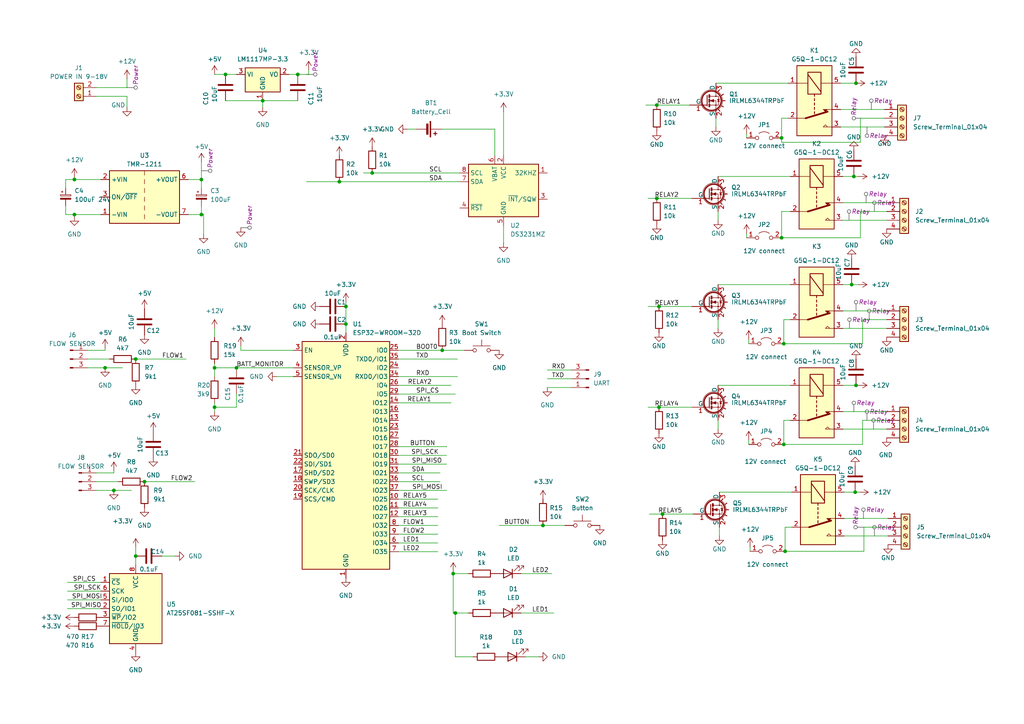
<source format=kicad_sch>
(kicad_sch (version 20230121) (generator eeschema)
  (paper "A4")
  (junction (at 247.015 82.55))
  (junction (at 100.33 93.98))
  (junction (at 68.58 106.68))
  (junction (at 227.33 128.905))
  (junction (at 62.23 118.11))
  (junction (at 191.135 118.11))
  (junction (at 65.405 21.59))
  (junction (at 226.695 40.005))
  (junction (at 248.031 142.748))
  (junction (at 33.02 142.24))
  (junction (at 98.425 52.705))
  (junction (at 226.695 68.961))
  (junction (at 62.23 106.68))
  (junction (at 192.151 149.098))
  (junction (at 30.48 106.68))
  (junction (at 227.711 159.893))
  (junction (at 100.33 88.9))
  (junction (at 157.48 152.4))
  (junction (at 107.95 50.165))
  (junction (at 21.59 62.23))
  (junction (at 227.33 99.695))
  (junction (at 128.27 101.6))
  (junction (at 132.08 177.8))
  (junction (at 86.36 21.59))
  (junction (at 248.285 111.76))
  (junction (at 190.5 30.48))
  (junction (at 58.42 62.23))
  (junction (at 190.5 57.531))
  (junction (at 21.59 52.07))
  (junction (at 248.285 24.13))
  (junction (at 247.65 51.181))
  (junction (at 58.42 52.07))
  (junction (at 39.37 161.29))
  (junction (at 191.135 88.9))
  (junction (at 39.37 104.14))
  (junction (at 41.91 139.7))
  (junction (at 76.2 29.21))
  (junction (at 131.445 166.37))
  (wire (pts (xy 19.05 52.07) (xy 21.59 52.07)))
  (wire (pts (xy 62.23 106.68) (xy 62.23 109.22)))
  (wire (pts (xy 62.23 118.11) (xy 62.23 119.38)))
  (wire (pts (xy 208.28 61.341) (xy 208.28 63.881)))
  (wire (pts (xy 115.57 114.3) (xy 132.08 114.3)))
  (wire (pts (xy 27.94 27.94) (xy 36.83 27.94)))
  (wire (pts (xy 46.99 161.29) (xy 50.8 161.29)))
  (wire (pts (xy 135.89 166.37) (xy 131.445 166.37)))
  (wire (pts (xy 68.58 118.11) (xy 62.23 118.11)))
  (wire (pts (xy 80.264 109.22) (xy 85.09 109.22)))
  (wire (pts (xy 98.425 52.705) (xy 133.35 52.705)))
  (wire (pts (xy 36.83 27.94) (xy 36.83 31.115)))
  (wire (pts (xy 115.57 149.86) (xy 127 149.86)))
  (wire (pts (xy 58.42 46.99) (xy 58.42 52.07)))
  (wire (pts (xy 248.031 142.748) (xy 249.301 142.748)))
  (wire (pts (xy 115.57 147.32) (xy 127 147.32)))
  (wire (pts (xy 132.08 190.5) (xy 137.16 190.5)))
  (wire (pts (xy 152.4 190.5) (xy 156.21 190.5)))
  (wire (pts (xy 59.055 62.23) (xy 59.055 67.945)))
  (wire (pts (xy 216.535 38.735) (xy 216.535 40.005)))
  (wire (pts (xy 30.48 101.6) (xy 30.48 100.965)))
  (wire (pts (xy 19.05 54.61) (xy 19.05 52.07)))
  (wire (pts (xy 115.57 144.78) (xy 127 144.78)))
  (wire (pts (xy 107.95 50.165) (xy 133.35 50.165)))
  (wire (pts (xy 132.08 177.8) (xy 131.445 177.8)))
  (wire (pts (xy 131.445 166.37) (xy 131.445 177.8)))
  (wire (pts (xy 227.33 92.71) (xy 229.235 92.71)))
  (wire (pts (xy 208.661 142.748) (xy 229.616 142.748)))
  (wire (pts (xy 192.151 149.098) (xy 201.041 149.098)))
  (wire (pts (xy 27.94 137.16) (xy 33.02 137.16)))
  (wire (pts (xy 62.23 106.68) (xy 68.58 106.68)))
  (wire (pts (xy 226.695 68.961) (xy 226.695 61.341)))
  (wire (pts (xy 151.13 177.8) (xy 160.655 177.8)))
  (wire (pts (xy 58.42 62.23) (xy 59.055 62.23)))
  (wire (pts (xy 88.9 52.705) (xy 98.425 52.705)))
  (wire (pts (xy 100.33 93.98) (xy 100.33 96.52)))
  (wire (pts (xy 208.28 111.76) (xy 229.235 111.76)))
  (wire (pts (xy 62.23 21.59) (xy 65.405 21.59)))
  (wire (pts (xy 226.695 61.341) (xy 229.235 61.341)))
  (wire (pts (xy 227.33 128.905) (xy 227.33 121.92)))
  (wire (pts (xy 115.57 160.02) (xy 127 160.02)))
  (wire (pts (xy 243.84 24.13) (xy 248.285 24.13)))
  (wire (pts (xy 244.475 58.801) (xy 257.175 58.801)))
  (wire (pts (xy 208.28 92.71) (xy 208.28 95.25)))
  (wire (pts (xy 217.551 158.623) (xy 217.551 159.893)))
  (wire (pts (xy 25.4 104.14) (xy 31.75 104.14)))
  (wire (pts (xy 191.135 118.11) (xy 200.66 118.11)))
  (wire (pts (xy 187.325 30.48) (xy 190.5 30.48)))
  (wire (pts (xy 54.61 52.07) (xy 58.42 52.07)))
  (wire (pts (xy 89.535 21.59) (xy 89.535 20.32)))
  (wire (pts (xy 244.856 142.748) (xy 248.031 142.748)))
  (wire (pts (xy 226.695 41.275) (xy 226.695 40.005)))
  (wire (pts (xy 39.37 161.29) (xy 39.37 163.83)))
  (wire (pts (xy 217.17 98.425) (xy 217.17 99.695)))
  (wire (pts (xy 19.05 62.23) (xy 21.59 62.23)))
  (wire (pts (xy 36.83 22.86) (xy 36.83 25.4)))
  (wire (pts (xy 115.57 152.4) (xy 127 152.4)))
  (wire (pts (xy 191.135 88.9) (xy 200.66 88.9)))
  (wire (pts (xy 62.23 116.84) (xy 62.23 118.11)))
  (wire (pts (xy 144.78 152.4) (xy 157.48 152.4)))
  (wire (pts (xy 227.33 121.92) (xy 229.235 121.92)))
  (wire (pts (xy 151.13 166.37) (xy 160.02 166.37)))
  (wire (pts (xy 190.5 30.48) (xy 200.025 30.48)))
  (wire (pts (xy 250.19 128.905) (xy 227.33 128.905)))
  (wire (pts (xy 132.08 177.8) (xy 132.08 190.5)))
  (wire (pts (xy 208.661 152.908) (xy 208.661 155.448)))
  (wire (pts (xy 216.535 67.691) (xy 216.535 68.961)))
  (wire (pts (xy 115.57 154.94) (xy 127 154.94)))
  (wire (pts (xy 115.57 139.7) (xy 127.635 139.7)))
  (wire (pts (xy 128.27 101.6) (xy 134.62 101.6)))
  (wire (pts (xy 115.57 109.22) (xy 132.715 109.22)))
  (wire (pts (xy 39.37 158.75) (xy 39.37 161.29)))
  (wire (pts (xy 25.4 106.68) (xy 30.48 106.68)))
  (wire (pts (xy 187.96 57.531) (xy 190.5 57.531)))
  (wire (pts (xy 131.445 165.735) (xy 131.445 166.37)))
  (wire (pts (xy 30.48 106.68) (xy 35.56 106.68)))
  (wire (pts (xy 244.475 51.181) (xy 247.65 51.181)))
  (wire (pts (xy 243.84 36.83) (xy 256.54 36.83)))
  (wire (pts (xy 135.89 177.8) (xy 132.08 177.8)))
  (wire (pts (xy 115.57 116.84) (xy 130.81 116.84)))
  (wire (pts (xy 247.65 51.181) (xy 248.92 51.181)))
  (wire (pts (xy 146.05 32.385) (xy 146.05 45.085)))
  (wire (pts (xy 208.28 121.92) (xy 208.28 124.46)))
  (wire (pts (xy 129.54 129.413) (xy 129.54 129.54)))
  (wire (pts (xy 115.57 129.54) (xy 129.54 129.54)))
  (wire (pts (xy 187.96 88.9) (xy 191.135 88.9)))
  (wire (pts (xy 27.94 142.24) (xy 33.02 142.24)))
  (wire (pts (xy 25.4 101.6) (xy 30.48 101.6)))
  (wire (pts (xy 83.82 21.59) (xy 86.36 21.59)))
  (wire (pts (xy 249.555 41.275) (xy 226.695 41.275)))
  (wire (pts (xy 217.17 127.635) (xy 217.17 128.905)))
  (wire (pts (xy 207.645 24.13) (xy 228.6 24.13)))
  (wire (pts (xy 76.2 29.21) (xy 76.2 31.115)))
  (wire (pts (xy 118.11 37.465) (xy 120.65 37.465)))
  (wire (pts (xy 27.94 25.4) (xy 36.83 25.4)))
  (wire (pts (xy 21.59 62.23) (xy 21.59 62.865)))
  (wire (pts (xy 115.57 132.08) (xy 129.54 132.08)))
  (wire (pts (xy 115.57 134.62) (xy 129.54 134.62)))
  (wire (pts (xy 86.36 21.59) (xy 89.535 21.59)))
  (wire (pts (xy 146.05 65.405) (xy 146.05 70.485)))
  (wire (pts (xy 58.42 52.07) (xy 58.42 54.61)))
  (wire (pts (xy 21.59 52.07) (xy 29.21 52.07)))
  (wire (pts (xy 249.555 34.29) (xy 249.555 41.275)))
  (wire (pts (xy 21.59 51.435) (xy 21.59 52.07)))
  (wire (pts (xy 257.175 121.92) (xy 250.19 121.92)))
  (wire (pts (xy 68.58 114.3) (xy 68.58 118.11)))
  (wire (pts (xy 100.33 88.9) (xy 100.33 93.98)))
  (wire (pts (xy 41.91 139.7) (xy 56.515 139.7)))
  (wire (pts (xy 250.19 92.71) (xy 250.19 99.695)))
  (wire (pts (xy 257.556 152.908) (xy 250.571 152.908)))
  (wire (pts (xy 115.57 142.24) (xy 129.54 142.24)))
  (wire (pts (xy 19.558 171.45) (xy 29.21 171.45)))
  (wire (pts (xy 33.02 142.24) (xy 38.1 142.24)))
  (wire (pts (xy 244.856 150.368) (xy 257.556 150.368)))
  (wire (pts (xy 249.555 68.961) (xy 226.695 68.961)))
  (wire (pts (xy 188.341 149.098) (xy 192.151 149.098)))
  (wire (pts (xy 250.571 152.908) (xy 250.571 159.893)))
  (wire (pts (xy 247.015 82.55) (xy 248.92 82.55)))
  (wire (pts (xy 54.61 62.23) (xy 58.42 62.23)))
  (wire (pts (xy 19.558 173.99) (xy 29.21 173.99)))
  (wire (pts (xy 115.57 157.48) (xy 127 157.48)))
  (wire (pts (xy 69.85 100.33) (xy 69.85 101.6)))
  (wire (pts (xy 19.05 59.69) (xy 19.05 62.23)))
  (wire (pts (xy 115.57 104.14) (xy 132.715 104.14)))
  (wire (pts (xy 128.27 37.465) (xy 143.51 37.465)))
  (wire (pts (xy 115.57 101.6) (xy 128.27 101.6)))
  (wire (pts (xy 190.5 57.531) (xy 200.66 57.531)))
  (wire (pts (xy 100.33 87.63) (xy 100.33 88.9)))
  (wire (pts (xy 227.711 152.908) (xy 229.616 152.908)))
  (wire (pts (xy 105.41 50.165) (xy 107.95 50.165)))
  (wire (pts (xy 257.175 92.71) (xy 250.19 92.71)))
  (wire (pts (xy 256.54 34.29) (xy 249.555 34.29)))
  (wire (pts (xy 226.695 34.29) (xy 228.6 34.29)))
  (wire (pts (xy 76.2 29.21) (xy 86.36 29.21)))
  (wire (pts (xy 250.571 159.893) (xy 227.711 159.893)))
  (wire (pts (xy 85.09 101.6) (xy 69.85 101.6)))
  (wire (pts (xy 207.645 34.29) (xy 207.645 36.83)))
  (wire (pts (xy 19.558 176.53) (xy 29.21 176.53)))
  (wire (pts (xy 244.475 111.76) (xy 248.285 111.76)))
  (wire (pts (xy 208.28 82.55) (xy 229.235 82.55)))
  (wire (pts (xy 115.57 111.76) (xy 130.81 111.76)))
  (wire (pts (xy 158.75 109.855) (xy 165.735 109.855)))
  (wire (pts (xy 244.475 82.55) (xy 247.015 82.55)))
  (wire (pts (xy 68.58 106.68) (xy 85.09 106.68)))
  (wire (pts (xy 157.48 152.4) (xy 163.83 152.4)))
  (wire (pts (xy 248.285 111.76) (xy 248.92 111.76)))
  (wire (pts (xy 158.75 107.315) (xy 165.735 107.315)))
  (wire (pts (xy 244.475 119.38) (xy 257.175 119.38)))
  (wire (pts (xy 58.42 59.69) (xy 58.42 62.23)))
  (wire (pts (xy 244.856 155.448) (xy 257.556 155.448)))
  (wire (pts (xy 250.19 99.695) (xy 227.33 99.695)))
  (wire (pts (xy 226.695 40.005) (xy 226.695 34.29)))
  (wire (pts (xy 257.175 61.341) (xy 249.555 61.341)))
  (wire (pts (xy 62.23 95.25) (xy 62.23 97.79)))
  (wire (pts (xy 243.84 31.75) (xy 256.54 31.75)))
  (wire (pts (xy 115.57 137.16) (xy 127.635 137.16)))
  (wire (pts (xy 62.23 105.41) (xy 62.23 106.68)))
  (wire (pts (xy 227.711 159.893) (xy 227.711 152.908)))
  (wire (pts (xy 158.75 112.395) (xy 165.735 112.395)))
  (wire (pts (xy 244.475 63.881) (xy 257.175 63.881)))
  (wire (pts (xy 208.28 51.181) (xy 229.235 51.181)))
  (wire (pts (xy 65.405 29.21) (xy 76.2 29.21)))
  (wire (pts (xy 244.475 90.17) (xy 257.175 90.17)))
  (wire (pts (xy 27.94 139.7) (xy 34.29 139.7)))
  (wire (pts (xy 21.59 62.23) (xy 29.21 62.23)))
  (wire (pts (xy 39.37 104.14) (xy 53.975 104.14)))
  (wire (pts (xy 33.02 137.16) (xy 33.02 136.525)))
  (wire (pts (xy 187.96 118.11) (xy 191.135 118.11)))
  (wire (pts (xy 227.33 99.695) (xy 227.33 92.71)))
  (wire (pts (xy 143.51 37.465) (xy 143.51 45.085)))
  (wire (pts (xy 244.475 124.46) (xy 257.175 124.46)))
  (wire (pts (xy 250.19 121.92) (xy 250.19 128.905)))
  (wire (pts (xy 249.555 61.341) (xy 249.555 68.961)))
  (wire (pts (xy 244.475 95.25) (xy 257.175 95.25)))
  (wire (pts (xy 65.405 21.59) (xy 68.58 21.59)))
  (wire (pts (xy 19.558 168.91) (xy 29.21 168.91)))
  (label "RELAY2" (at 118.237 111.76 0))
  (label "LED1" (at 154.305 177.8 0))
  (label "SPI_CS" (at 21.082 168.91 0))
  (label "TXD" (at 120.65 104.14 0))
  (label "RELAY4" (at 189.865 118.11 0))
  (label "SCL" (at 119.38 139.7 0))
  (label "RXD" (at 120.65 109.22 0))
  (label "RELAY1" (at 190.5 30.48 0))
  (label "SCL" (at 124.46 50.165 0))
  (label "FLOW2" (at 116.84 154.94 0))
  (label "BATT_MONITOR" (at 68.58 106.68 0))
  (label "LED2" (at 154.305 166.37 0))
  (label "SPI_MOSI" (at 119.507 142.24 0))
  (label "SPI_SCK" (at 119.253 132.08 0))
  (label "RELAY2" (at 189.865 57.531 0))
  (label "BUTTON" (at 146.177 152.4 0))
  (label "RELAY1" (at 118.11 116.84 0))
  (label "FLOW2" (at 49.53 139.7 0))
  (label "SDA" (at 124.46 52.705 0))
  (label "FLOW1" (at 116.84 152.4 0))
  (label "SPI_MOSI" (at 20.828 173.99 0))
  (label "RELAY5" (at 116.84 144.78 0))
  (label "LED1" (at 116.84 157.48 0))
  (label "RELAY5" (at 190.881 149.098 0))
  (label "RELAY3" (at 116.84 149.86 0))
  (label "BUTTON" (at 118.872 129.54 0))
  (label "SPI_MISO" (at 119.38 134.62 0))
  (label "SPI_MISO" (at 20.574 176.53 0))
  (label "SDA" (at 119.38 137.16 0))
  (label "TXD" (at 160.02 109.855 0))
  (label "SPI_CS" (at 120.65 114.3 0))
  (label "RXD" (at 160.02 107.315 0))
  (label "LED2" (at 116.84 160.02 0))
  (label "SPI_SCK" (at 21.336 171.45 0))
  (label "RELAY4" (at 116.84 147.32 0))
  (label "FLOW1" (at 46.99 104.14 0))
  (label "BOOT0" (at 120.65 101.6 0))
  (label "RELAY3" (at 189.865 88.9 0))
  (netclass_flag "" (length 2.54) (shape round) (at 246.253 63.881 0) (property "Netclass" "Relay" (at 246.9515 61.341 0) (effects (font italic) (justify left))))
  (netclass_flag "" (length 2.54) (shape round) (at 58.42 49.53 270) (property "Netclass" "Power" (at 60.96 48.8315 90) (effects (font italic) (justify left))))
  (netclass_flag "" (length 2.54) (shape round) (at 253.365 124.46 0) (property "Netclass" "Relay" (at 254.0635 121.92 0) (effects (font italic) (justify left))))
  (netclass_flag "" (length 2.54) (shape round) (at 246.38 95.25 0) (property "Netclass" "Relay" (at 247.0785 92.71 0) (effects (font italic) (justify left))))
  (netclass_flag "" (length 2.54) (shape round) (at 250.698 152.908 90) (property "Netclass" "Relay" (at 248.158 152.2095 90) (effects (font italic) (justify left))))
  (netclass_flag "" (length 2.54) (shape round) (at 248.285 90.17 0) (property "Netclass" "Relay" (at 248.9835 87.63 0) (effects (font italic) (justify left))))
  (netclass_flag "" (length 2.54) (shape round) (at 247.65 119.38 0) (property "Netclass" "Relay" (at 248.3485 116.84 0) (effects (font italic) (justify left))))
  (netclass_flag "" (length 2.54) (shape round) (at 253.619 155.448 0) (property "Netclass" "Relay" (at 254.3175 152.908 0) (effects (font italic) (justify left))))
  (netclass_flag "" (length 2.54) (shape round) (at 250.19 34.29 90) (property "Netclass" "Relay" (at 247.65 33.5915 90) (effects (font italic) (justify left))))
  (netclass_flag "" (length 2.54) (shape round) (at 252.73 31.75 0) (property "Netclass" "Relay" (at 253.4285 29.21 0) (effects (font italic) (justify left))))
  (netclass_flag "" (length 2.54) (shape round) (at 253.619 61.341 0) (property "Netclass" "Relay" (at 254.3175 58.801 0) (effects (font italic) (justify left))))
  (netclass_flag "" (length 2.54) (shape round) (at 88.9 21.59 270) (property "Netclass" "Power" (at 91.44 20.8915 90) (effects (font italic) (justify left))))
  (netclass_flag "" (length 2.54) (shape round) (at 36.83 25.4 270) (property "Netclass" "Power" (at 39.37 24.7015 90) (effects (font italic) (justify left))))
  (netclass_flag "" (length 2.54) (shape round) (at 252.095 92.71 0) (property "Netclass" "Relay" (at 252.7935 90.17 0) (effects (font italic) (justify left))))
  (netclass_flag "" (length 2.54) (shape round) (at 251.206 58.801 0) (property "Netclass" "Relay" (at 251.9045 56.261 0) (effects (font italic) (justify left))))
  (netclass_flag "" (length 2.54) (shape round) (at 251.46 36.83 180) (property "Netclass" "Relay" (at 252.1585 39.37 0) (effects (font italic) (justify left))))
  (netclass_flag "" (length 2.54) (shape round) (at 250.444 150.368 0) (property "Netclass" "Relay" (at 251.1425 147.828 0) (effects (font italic) (justify left))))
  (netclass_flag "" (length 2.54) (shape round) (at 69.85 66.04 270) (property "Netclass" "Power" (at 72.39 65.3415 90) (effects (font italic) (justify left))))
  (netclass_flag "" (length 2.54) (shape round) (at 251.46 121.92 0) (property "Netclass" "Relay" (at 252.1585 119.38 0) (effects (font italic) (justify left))))
  (symbol (lib_id "power:GND") (at 36.83 31.115 0) (unit 1)
    (property "Reference" "#PWR019" (effects hide))
    (property "Value" "GND" (at 34.29 30.48 0))
  )
  (symbol (lib_id "power:GND") (at 44.45 132.715 0) (unit 1)
    (property "Reference" "#PWR057" (effects hide))
    (property "Value" "GND" (at 44.45 137.795 0))
  )
  (symbol (lib_id "Device:C_Polarized_Small") (at 58.42 57.15 0) (unit 1)
    (property "Reference" "C3" (at 60.96 55.3339 0) (effects (justify left)))
    (property "Value" "100uF" (at 60.96 57.8739 0) (effects (justify left)))
    (property "Footprint" "Capacitor_THT:CP_Radial_D8.0mm_P5.00mm" (effects hide))
  )
  (symbol (lib_id "ledboard-rescue:GND") (at 191.135 125.73 0) (unit 1)
    (property "Reference" "#PWR060" (effects hide))
    (property "Value" "GND" (at 191.135 129.54 0))
  )
  (symbol (lib_id "Jumper:Jumper_2_Open") (at 222.25 128.905 0) (unit 1)
    (property "Reference" "JP4" (at 222.25 125.095 0))
    (property "Value" "12V connect" (at 221.996 133.858 0))
    (property "Footprint" "Connector_PinHeader_2.54mm:PinHeader_1x02_P2.54mm_Vertical" (effects hide))
  )
  (symbol (lib_id "power:+12V") (at 249.301 142.748 270) (unit 1)
    (property "Reference" "#PWR018" (effects hide))
    (property "Value" "+12V" (at 253.111 142.748 90) (effects (justify left)))
  )
  (symbol (lib_id "Memory_Flash:AT25SF081-SSHF-X") (at 39.37 176.53 0) (unit 1)
    (property "Reference" "U5" (at 48.26 175.26 0) (effects (justify left)))
    (property "Value" "AT25SF081-SSHF-X" (at 48.26 177.8 0) (effects (justify left)))
    (property "Footprint" "Package_SO:SOIC-8_3.9x4.9mm_P1.27mm" (effects hide))
    (property "Datasheet" "https://www.adestotech.com/wp-content/uploads/DS-AT25SF081_045.pdf" (effects hide))
  )
  (symbol (lib_id "Device:C_Polarized_Small") (at 19.05 57.15 0) (unit 1)
    (property "Reference" "C4" (at 21.59 55.3339 0) (effects (justify left)))
    (property "Value" "100uF 24V" (at 21.59 57.8739 0) (effects (justify left)))
    (property "Footprint" "Capacitor_THT:CP_Radial_D8.0mm_P5.00mm" (effects hide))
  )
  (symbol (lib_id "Device:R") (at 190.5 61.341 0) (unit 1)
    (property "Reference" "R11" (at 192.405 60.071 0) (effects (justify left)))
    (property "Value" "10k" (at 192.405 62.611 0) (effects (justify left)))
    (property "Footprint" "Resistor_SMD:R_0603_1608Metric" (effects hide))
  )
  (symbol (lib_id "power:GND") (at 39.37 111.76 0) (unit 1)
    (property "Reference" "#PWR050" (effects hide))
    (property "Value" "GND" (at 39.37 116.84 0))
  )
  (symbol (lib_id "Device:C") (at 247.015 78.74 180) (unit 1)
    (property "Reference" "C7" (at 245.745 76.2 90))
    (property "Value" "10uF" (at 243.205 78.74 90))
    (property "Footprint" "Capacitor_SMD:C_0603_1608Metric" (effects hide))
  )
  (symbol (lib_id "power:GND") (at 100.33 167.64 0) (unit 1)
    (property "Reference" "#PWR012" (effects hide))
    (property "Value" "GND" (at 100.33 172.72 0))
  )
  (symbol (lib_id "ledboard-rescue:GND") (at 208.28 95.25 0) (unit 1)
    (property "Reference" "#PWR027" (effects hide))
    (property "Value" "GND" (at 208.28 99.06 0))
  )
  (symbol (lib_id "power:GND") (at 62.23 119.38 0) (unit 1)
    (property "Reference" "#PWR074" (effects hide))
    (property "Value" "GND" (at 62.23 124.46 0))
  )
  (symbol (lib_id "power:+3.3V") (at 131.445 165.735 0) (unit 1)
    (property "Reference" "#PWR013" (effects hide))
    (property "Value" "+3.3V" (at 131.445 160.655 0))
  )
  (symbol (lib_id "Connector:Screw_Terminal_01x04") (at 262.255 121.92 0) (unit 1)
    (property "Reference" "J4" (at 265.43 121.92 0) (effects (justify left)))
    (property "Value" "Screw_Terminal_01x04" (at 265.43 124.46 0) (effects (justify left)))
    (property "Footprint" "TerminalBlock:TerminalBlock_bornier-4_P5.08mm" (effects hide))
  )
  (symbol (lib_id "power:GND") (at 92.71 88.9 270) (unit 1)
    (property "Reference" "#PWR06" (effects hide))
    (property "Value" "GND" (at 88.9 88.9 90) (effects (justify right)))
  )
  (symbol (lib_id "ledboard-rescue:TSM2314") (at 205.74 87.63 0) (unit 1)
    (property "Reference" "Q3" (at 212.09 85.725 0) (effects (justify left)))
    (property "Value" "IRLML6344TRPbF" (at 212.09 87.63 0) (effects (justify left)))
    (property "Footprint" "Package_TO_SOT_SMD:SOT-23" (effects hide))
  )
  (symbol (lib_id "power:+3.3V") (at 69.85 100.33 0) (unit 1)
    (property "Reference" "#PWR04" (effects hide))
    (property "Value" "+3.3V" (at 69.85 95.25 0))
  )
  (symbol (lib_id "RF_Module:ESP32-WROOM-32D") (at 100.33 132.08 0) (unit 1)
    (property "Reference" "U1" (at 102.2859 93.98 0) (effects (justify left)))
    (property "Value" "ESP32-WROOM-32D" (at 102.2859 96.52 0) (effects (justify left)))
    (property "Footprint" "RF_Module:ESP32-WROOM-32D" (effects hide))
    (property "Datasheet" "https://www.espressif.com/sites/default/files/documentation/esp32-wroom-32d_esp32-wroom-32u_datasheet_en.pdf" (effects hide))
  )
  (symbol (lib_id "Device:C") (at 96.52 93.98 90) (unit 1)
    (property "Reference" "C2" (at 99.06 92.71 90))
    (property "Value" "0.1uF" (at 96.52 97.79 90))
    (property "Footprint" "Capacitor_SMD:C_0603_1608Metric" (effects hide))
  )
  (symbol (lib_id "Connector:Screw_Terminal_01x02") (at 22.86 27.94 180) (unit 1)
    (property "Reference" "J1" (at 22.86 19.685 0))
    (property "Value" "POWER IN 9-18V" (at 22.86 22.225 0))
    (property "Footprint" "TerminalBlock:TerminalBlock_bornier-2_P5.08mm" (effects hide))
  )
  (symbol (lib_id "power:+5V") (at 30.48 100.965 0) (unit 1)
    (property "Reference" "#PWR048" (effects hide))
    (property "Value" "+5V" (at 30.48 96.52 0))
  )
  (symbol (lib_id "Connector:Screw_Terminal_01x04") (at 262.636 152.908 0) (unit 1)
    (property "Reference" "J5" (at 265.811 152.908 0) (effects (justify left)))
    (property "Value" "Screw_Terminal_01x04" (at 265.811 155.448 0) (effects (justify left)))
    (property "Footprint" "TerminalBlock:TerminalBlock_bornier-4_P5.08mm" (effects hide))
  )
  (symbol (lib_id "Connector:Conn_01x03_Pin") (at 22.86 139.7 0) (unit 1)
    (property "Reference" "J8" (at 23.495 132.715 0))
    (property "Value" "FLOW SENSOR" (at 23.495 135.255 0))
    (property "Footprint" "TerminalBlock:TerminalBlock_bornier-3_P5.08mm" (effects hide))
  )
  (symbol (lib_id "Device:Battery_Cell") (at 123.19 37.465 270) (unit 1)
    (property "Reference" "BT1" (at 125.0315 29.845 90))
    (property "Value" "Battery_Cell" (at 125.0315 32.385 90))
    (property "Footprint" "Battery:BatteryHolder_Keystone_103_1x20mm" (effects hide))
  )
  (symbol (lib_id "power:+3.3V") (at 21.59 179.07 90) (unit 1)
    (property "Reference" "#PWR068" (effects hide))
    (property "Value" "+3.3V" (at 17.78 179.07 90) (effects (justify left)))
  )
  (symbol (lib_id "Device:LED") (at 147.32 177.8 180) (unit 1)
    (property "Reference" "D1" (at 148.9075 170.815 0))
    (property "Value" "LED" (at 148.9075 173.355 0))
    (property "Footprint" "LED_SMD:LED_0805_2012Metric" (effects hide))
  )
  (symbol (lib_id "Regulator_Linear:LM1117MP-3.3") (at 76.2 21.59 0) (unit 1)
    (property "Reference" "U4" (at 76.2 14.605 0))
    (property "Value" "LM1117MP-3.3" (at 76.2 17.145 0))
    (property "Footprint" "Package_TO_SOT_SMD:SOT-223-3_TabPin2" (effects hide))
    (property "Datasheet" "http://www.ti.com/lit/ds/symlink/lm1117.pdf" (effects hide))
  )
  (symbol (lib_id "ledboard-rescue:GND") (at 247.015 74.93 180) (unit 1)
    (property "Reference" "#PWR032" (effects hide))
    (property "Value" "GND" (at 247.015 71.12 0))
  )
  (symbol (lib_id "power:GND") (at 80.264 109.22 270) (unit 1)
    (property "Reference" "#PWR073" (effects hide))
    (property "Value" "GND" (at 76.454 109.22 90) (effects (justify right)))
  )
  (symbol (lib_id "ledboard-rescue:TSM2314") (at 206.121 147.828 0) (unit 1)
    (property "Reference" "Q5" (at 212.471 145.923 0) (effects (justify left)))
    (property "Value" "IRLML6344TRPbF" (at 212.471 147.828 0) (effects (justify left)))
    (property "Footprint" "Package_TO_SOT_SMD:SOT-23" (effects hide))
  )
  (symbol (lib_id "Device:R") (at 140.97 190.5 90) (unit 1)
    (property "Reference" "R18" (at 140.97 184.785 90))
    (property "Value" "1k" (at 140.97 187.325 90))
    (property "Footprint" "Resistor_SMD:R_0603_1608Metric" (effects hide))
  )
  (symbol (lib_id "Device:C") (at 65.405 25.4 0) (unit 1)
    (property "Reference" "C10" (at 59.69 28.575 90))
    (property "Value" "10uF" (at 62.23 27.305 90))
    (property "Footprint" "Capacitor_SMD:C_0603_1608Metric" (effects hide))
  )
  (symbol (lib_id "Timer_RTC:DS3231MZ") (at 146.05 55.245 0) (unit 1)
    (property "Reference" "U2" (at 148.0059 65.405 0) (effects (justify left)))
    (property "Value" "DS3231MZ" (at 148.0059 67.945 0) (effects (justify left)))
    (property "Footprint" "Package_SO:SOIC-8_3.9x4.9mm_P1.27mm" (effects hide))
    (property "Datasheet" "http://datasheets.maximintegrated.com/en/ds/DS3231M.pdf" (effects hide))
  )
  (symbol (lib_id "ledboard-rescue:GND") (at 257.175 127 0) (unit 1)
    (property "Reference" "#PWR038" (effects hide))
    (property "Value" "GND" (at 256.921 131.953 0))
  )
  (symbol (lib_id "ledboard-rescue:GND") (at 208.28 124.46 0) (unit 1)
    (property "Reference" "#PWR028" (effects hide))
    (property "Value" "GND" (at 208.28 128.27 0))
  )
  (symbol (lib_id "Device:R") (at 25.4 181.61 90) (unit 1)
    (property "Reference" "R16" (at 25.4 187.198 90))
    (property "Value" "470" (at 20.955 187.198 90))
    (property "Footprint" "Resistor_SMD:R_0603_1608Metric" (effects hide))
  )
  (symbol (lib_id "Connector:Screw_Terminal_01x04") (at 262.255 61.341 0) (unit 1)
    (property "Reference" "J2" (at 265.43 61.341 0) (effects (justify left)))
    (property "Value" "Screw_Terminal_01x04" (at 265.43 63.881 0) (effects (justify left)))
    (property "Footprint" "TerminalBlock:TerminalBlock_bornier-4_P5.08mm" (effects hide))
  )
  (symbol (lib_id "ledboard-rescue:TSM2314") (at 205.74 56.261 0) (unit 1)
    (property "Reference" "Q2" (at 212.09 54.356 0) (effects (justify left)))
    (property "Value" "IRLML6344TRPbF" (at 212.09 56.261 0) (effects (justify left)))
    (property "Footprint" "Package_TO_SOT_SMD:SOT-23" (effects hide))
  )
  (symbol (lib_id "power:+3.3V") (at 21.59 181.61 90) (unit 1)
    (property "Reference" "#PWR067" (effects hide))
    (property "Value" "+3.3V" (at 17.78 181.61 90) (effects (justify left)))
  )
  (symbol (lib_id "Device:C") (at 41.91 93.345 180) (unit 1)
    (property "Reference" "C12" (at 44.45 95.885 0))
    (property "Value" "10uF" (at 38.1 93.345 90))
    (property "Footprint" "Capacitor_SMD:C_0603_1608Metric" (effects hide))
  )
  (symbol (lib_id "Device:C") (at 43.18 161.29 90) (unit 1)
    (property "Reference" "C14" (at 45.72 160.02 90))
    (property "Value" "0.1uF" (at 43.18 165.1 90))
    (property "Footprint" "Capacitor_SMD:C_0603_1608Metric" (effects hide))
  )
  (symbol (lib_id "power:+5V") (at 44.45 125.095 0) (unit 1)
    (property "Reference" "#PWR056" (effects hide))
    (property "Value" "+5V" (at 44.45 120.65 0))
  )
  (symbol (lib_id "ledboard-rescue:GND") (at 190.5 65.151 0) (unit 1)
    (property "Reference" "#PWR062" (effects hide))
    (property "Value" "GND" (at 190.5 68.961 0))
  )
  (symbol (lib_id "power:+5V") (at 41.91 89.535 0) (unit 1)
    (property "Reference" "#PWR051" (effects hide))
    (property "Value" "+5V" (at 41.91 85.09 0))
  )
  (symbol (lib_id "ledboard-rescue:GND") (at 208.28 63.881 0) (unit 1)
    (property "Reference" "#PWR026" (effects hide))
    (property "Value" "GND" (at 208.28 67.691 0))
  )
  (symbol (lib_id "power:GND") (at 118.11 37.465 270) (unit 1)
    (property "Reference" "#PWR02" (effects hide))
    (property "Value" "GND" (at 114.3 37.465 90) (effects (justify right)))
  )
  (symbol (lib_id "power:+12V") (at 62.23 95.25 0) (unit 1)
    (property "Reference" "#PWR075" (effects hide))
    (property "Value" "+12V" (at 62.23 90.17 0))
  )
  (symbol (lib_id "Device:LED") (at 147.32 166.37 180) (unit 1)
    (property "Reference" "D2" (at 148.9075 159.385 0))
    (property "Value" "LED" (at 148.9075 161.925 0))
    (property "Footprint" "LED_SMD:LED_0805_2012Metric" (effects hide))
  )
  (symbol (lib_id "power:+12V") (at 248.285 24.13 270) (unit 1)
    (property "Reference" "#PWR014" (effects hide))
    (property "Value" "+12V" (at 252.095 24.13 90) (effects (justify left)))
  )
  (symbol (lib_id "ledboard-rescue:GND") (at 248.285 104.14 180) (unit 1)
    (property "Reference" "#PWR033" (effects hide))
    (property "Value" "GND" (at 248.285 100.33 0))
  )
  (symbol (lib_id "ledboard-rescue:TSM2314") (at 205.105 29.21 0) (unit 1)
    (property "Reference" "Q1" (at 211.455 27.305 0) (effects (justify left)))
    (property "Value" "IRLML6344TRPbF" (at 211.455 29.21 0) (effects (justify left)))
    (property "Footprint" "Package_TO_SOT_SMD:SOT-23" (effects hide))
  )
  (symbol (lib_id "Device:C") (at 248.285 20.32 180) (unit 1)
    (property "Reference" "C5" (at 247.015 17.78 90))
    (property "Value" "10uF" (at 244.475 20.32 90))
    (property "Footprint" "Capacitor_SMD:C_0603_1608Metric" (effects hide))
  )
  (symbol (lib_id "power:+12V") (at 216.535 38.735 0) (unit 1)
    (property "Reference" "#PWR043" (effects hide))
    (property "Value" "+12V" (at 216.535 33.655 0))
  )
  (symbol (lib_id "Device:R") (at 41.91 143.51 180) (unit 1)
    (property "Reference" "R9" (at 44.45 142.24 0) (effects (justify right)))
    (property "Value" "9k1" (at 44.45 144.78 0) (effects (justify right)))
    (property "Footprint" "Resistor_SMD:R_0603_1608Metric" (effects hide))
  )
  (symbol (lib_id "Relay:G5Q-1") (at 236.855 116.84 270) (unit 1)
    (property "Reference" "K4" (at 236.855 102.235 90))
    (property "Value" "G5Q-1-DC12" (at 236.855 104.775 90))
    (property "Footprint" "Relay_THT:Relay_SPDT_Omron-G5Q-1" (effects hide))
    (property "Datasheet" "https://www.omron.com/ecb/products/pdf/en-g5q.pdf" (effects hide))
  )
  (symbol (lib_id "power:GND") (at 30.48 106.68 0) (unit 1)
    (property "Reference" "#PWR049" (effects hide))
    (property "Value" "GND" (at 30.48 111.76 0))
  )
  (symbol (lib_id "power:+12V") (at 21.59 51.435 0) (unit 1)
    (property "Reference" "#PWR021" (effects hide))
    (property "Value" "+12V" (at 21.59 46.355 0))
  )
  (symbol (lib_id "power:GND") (at 41.91 147.32 0) (unit 1)
    (property "Reference" "#PWR055" (effects hide))
    (property "Value" "GND" (at 41.91 152.4 0))
  )
  (symbol (lib_id "power:GND") (at 50.8 161.29 90) (unit 1)
    (property "Reference" "#PWR069" (effects hide))
    (property "Value" "GND" (at 54.61 161.29 90) (effects (justify right)))
  )
  (symbol (lib_id "Connector:Conn_01x03_Pin") (at 170.815 109.855 180) (unit 1)
    (property "Reference" "J9" (at 172.085 108.585 0) (effects (justify right)))
    (property "Value" "UART" (at 172.085 111.125 0) (effects (justify right)))
    (property "Footprint" "Connector_PinHeader_2.54mm:PinHeader_1x03_P2.54mm_Vertical" (effects hide))
  )
  (symbol (lib_id "power:+3.3V") (at 98.425 45.085 0) (unit 1)
    (property "Reference" "#PWR09" (effects hide))
    (property "Value" "+3.3V" (at 98.425 40.005 0))
  )
  (symbol (lib_id "power:+12V") (at 217.17 127.635 0) (unit 1)
    (property "Reference" "#PWR046" (effects hide))
    (property "Value" "+12V" (at 217.17 122.555 0))
  )
  (symbol (lib_id "power:+5V") (at 58.42 46.99 0) (unit 1)
    (property "Reference" "#PWR024" (effects hide))
    (property "Value" "+5V" (at 58.42 42.545 0))
  )
  (symbol (lib_id "power:GND") (at 76.2 31.115 0) (unit 1)
    (property "Reference" "#PWR042" (effects hide))
    (property "Value" "GND" (at 76.2 36.195 0))
  )
  (symbol (lib_id "power:GND") (at 158.75 112.395 0) (unit 1)
    (property "Reference" "#PWR058" (effects hide))
    (property "Value" "GND" (at 158.75 117.475 0))
  )
  (symbol (lib_id "Device:R") (at 38.1 139.7 90) (unit 1)
    (property "Reference" "R8" (at 38.1 133.985 90))
    (property "Value" "4k7" (at 38.1 136.525 90))
    (property "Footprint" "Resistor_SMD:R_0603_1608Metric" (effects hide))
  )
  (symbol (lib_id "ledboard-rescue:GND") (at 257.175 97.79 0) (unit 1)
    (property "Reference" "#PWR037" (effects hide))
    (property "Value" "GND" (at 257.175 101.6 0))
  )
  (symbol (lib_id "ledboard-rescue:GND") (at 207.645 36.83 0) (unit 1)
    (property "Reference" "#PWR025" (effects hide))
    (property "Value" "GND" (at 207.645 40.64 0))
  )
  (symbol (lib_id "ledboard-rescue:GND") (at 208.661 155.448 0) (unit 1)
    (property "Reference" "#PWR029" (effects hide))
    (property "Value" "GND" (at 208.661 159.258 0))
  )
  (symbol (lib_id "power:+3.3V") (at 157.48 144.78 0) (unit 1)
    (property "Reference" "#PWR070" (effects hide))
    (property "Value" "+3.3V" (at 157.48 139.7 0))
  )
  (symbol (lib_id "power:GND") (at 144.78 101.6 0) (unit 1)
    (property "Reference" "#PWR010" (effects hide))
    (property "Value" "GND" (at 144.78 106.68 0))
  )
  (symbol (lib_id "power:GND") (at 92.71 93.98 270) (unit 1)
    (property "Reference" "#PWR07" (effects hide))
    (property "Value" "GND" (at 88.9 93.98 90) (effects (justify right)))
  )
  (symbol (lib_id "power:+12V") (at 217.17 98.425 0) (unit 1)
    (property "Reference" "#PWR045" (effects hide))
    (property "Value" "+12V" (at 217.17 93.345 0))
  )
  (symbol (lib_id "Device:R") (at 139.7 177.8 90) (unit 1)
    (property "Reference" "R5" (at 139.7 172.085 90))
    (property "Value" "1k" (at 139.7 174.625 90))
    (property "Footprint" "Resistor_SMD:R_0603_1608Metric" (effects hide))
  )
  (symbol (lib_id "power:GND") (at 41.91 97.155 0) (unit 1)
    (property "Reference" "#PWR052" (effects hide))
    (property "Value" "GND" (at 41.91 102.235 0))
  )
  (symbol (lib_id "power:+12V") (at 216.535 67.691 0) (unit 1)
    (property "Reference" "#PWR044" (effects hide))
    (property "Value" "+12V" (at 216.535 62.611 0))
  )
  (symbol (lib_id "Device:C") (at 44.45 128.905 180) (unit 1)
    (property "Reference" "C13" (at 46.99 131.445 0))
    (property "Value" "10uF" (at 40.64 128.905 90))
    (property "Footprint" "Capacitor_SMD:C_0603_1608Metric" (effects hide))
  )
  (symbol (lib_id "power:+12V") (at 248.92 82.55 270) (unit 1)
    (property "Reference" "#PWR016" (effects hide))
    (property "Value" "+12V" (at 252.73 82.55 90) (effects (justify left)))
  )
  (symbol (lib_id "Jumper:Jumper_2_Open") (at 222.631 159.893 0) (unit 1)
    (property "Reference" "JP5" (at 222.631 156.083 0))
    (property "Value" "12V connect" (at 222.631 163.703 0))
    (property "Footprint" "Connector_PinHeader_2.54mm:PinHeader_1x02_P2.54mm_Vertical" (effects hide))
  )
  (symbol (lib_id "power:+3.3V") (at 107.95 42.545 0) (unit 1)
    (property "Reference" "#PWR08" (effects hide))
    (property "Value" "+3.3V" (at 107.95 37.465 0))
  )
  (symbol (lib_id "power:GND") (at 39.37 189.23 0) (unit 1)
    (property "Reference" "#PWR066" (effects hide))
    (property "Value" "GND" (at 39.37 194.31 0))
  )
  (symbol (lib_id "ledboard-rescue:GND") (at 248.285 16.51 180) (unit 1)
    (property "Reference" "#PWR030" (effects hide))
    (property "Value" "GND" (at 248.285 12.7 0))
  )
  (symbol (lib_id "power:+3.3V") (at 146.05 32.385 0) (unit 1)
    (property "Reference" "#PWR03" (effects hide))
    (property "Value" "+3.3V" (at 146.05 27.305 0))
  )
  (symbol (lib_id "ledboard-rescue:GND") (at 247.65 43.561 180) (unit 1)
    (property "Reference" "#PWR031" (effects hide))
    (property "Value" "GND" (at 247.65 39.751 0))
  )
  (symbol (lib_id "power:+12V") (at 36.83 22.86 0) (unit 1)
    (property "Reference" "#PWR020" (effects hide))
    (property "Value" "+12V" (at 36.83 17.78 0))
  )
  (symbol (lib_id "Device:C") (at 68.58 110.49 180) (unit 1)
    (property "Reference" "C15" (at 66.04 114.3 90))
    (property "Value" "0.1uF" (at 69.85 114.3 90))
    (property "Footprint" "Capacitor_SMD:C_0603_1608Metric" (effects hide))
  )
  (symbol (lib_id "Device:R") (at 128.27 97.79 0) (unit 1)
    (property "Reference" "R3" (at 130.175 96.52 0) (effects (justify left)))
    (property "Value" "10k" (at 130.175 99.06 0) (effects (justify left)))
    (property "Footprint" "Resistor_SMD:R_0603_1608Metric" (effects hide))
  )
  (symbol (lib_id "Switch:SW_Push") (at 168.91 152.4 0) (unit 1)
    (property "Reference" "SW2" (at 168.91 144.78 0))
    (property "Value" "Button" (at 168.91 147.32 0))
    (property "Footprint" "Button_Switch_THT:SW_PUSH_6mm_H4.3mm" (effects hide))
  )
  (symbol (lib_id "Device:R") (at 62.23 101.6 180) (unit 1)
    (property "Reference" "R19" (at 64.77 100.33 0) (effects (justify right)))
    (property "Value" "15k" (at 64.77 102.87 0) (effects (justify right)))
    (property "Footprint" "Resistor_SMD:R_0603_1608Metric" (effects hide))
  )
  (symbol (lib_id "Device:R") (at 157.48 148.59 0) (unit 1)
    (property "Reference" "R15" (at 159.385 147.32 0) (effects (justify left)))
    (property "Value" "10k" (at 159.385 149.86 0) (effects (justify left)))
    (property "Footprint" "Resistor_SMD:R_0603_1608Metric" (effects hide))
  )
  (symbol (lib_id "Device:R") (at 107.95 46.355 0) (unit 1)
    (property "Reference" "R1" (at 109.855 45.085 0) (effects (justify left)))
    (property "Value" "10k" (at 109.855 47.625 0) (effects (justify left)))
    (property "Footprint" "Resistor_SMD:R_0603_1608Metric" (effects hide))
  )
  (symbol (lib_id "Converter_DCDC:TMR-1210") (at 41.91 57.15 0) (unit 1)
    (property "Reference" "U3" (at 41.91 45.085 0))
    (property "Value" "TMR-1211" (at 41.91 47.625 0))
    (property "Footprint" "Converter_DCDC:Converter_DCDC_TRACO_TMR-xxxx_THT" (effects hide))
    (property "Datasheet" "https://www.tracopower.com/products/tmr2.pdf" (effects hide))
  )
  (symbol (lib_id "Device:R") (at 191.135 92.71 0) (unit 1)
    (property "Reference" "R12" (at 193.04 91.44 0) (effects (justify left)))
    (property "Value" "10k" (at 193.04 93.98 0) (effects (justify left)))
    (property "Footprint" "Resistor_SMD:R_0603_1608Metric" (effects hide))
  )
  (symbol (lib_id "Device:C") (at 86.36 25.4 0) (unit 1)
    (property "Reference" "C11" (at 90.17 28.575 90))
    (property "Value" "10uF" (at 92.71 27.305 90))
    (property "Footprint" "Capacitor_SMD:C_0603_1608Metric" (effects hide))
  )
  (symbol (lib_id "ledboard-rescue:GND") (at 257.175 66.421 0) (unit 1)
    (property "Reference" "#PWR036" (effects hide))
    (property "Value" "GND" (at 257.175 70.231 0))
  )
  (symbol (lib_id "power:+3.3V") (at 100.33 87.63 0) (unit 1)
    (property "Reference" "#PWR05" (effects hide))
    (property "Value" "+3.3V" (at 100.33 82.55 0))
  )
  (symbol (lib_id "Device:R") (at 98.425 48.895 0) (unit 1)
    (property "Reference" "R2" (at 100.33 47.625 0) (effects (justify left)))
    (property "Value" "10k" (at 100.33 50.165 0) (effects (justify left)))
    (property "Footprint" "Resistor_SMD:R_0603_1608Metric" (effects hide))
  )
  (symbol (lib_id "power:GND") (at 69.85 66.04 0) (unit 1)
    (property "Reference" "#PWR072" (effects hide))
    (property "Value" "GND" (at 69.85 71.12 0))
  )
  (symbol (lib_id "power:+5V") (at 62.23 21.59 0) (unit 1)
    (property "Reference" "#PWR040" (effects hide))
    (property "Value" "+5V" (at 62.23 17.145 0))
  )
  (symbol (lib_id "Device:R") (at 25.4 179.07 90) (unit 1)
    (property "Reference" "R17" (at 25.4 184.658 90))
    (property "Value" "470" (at 21.082 184.658 90))
    (property "Footprint" "Resistor_SMD:R_0603_1608Metric" (effects hide))
  )
  (symbol (lib_id "Jumper:Jumper_2_Open") (at 221.615 68.961 0) (unit 1)
    (property "Reference" "JP2" (at 221.615 65.151 0))
    (property "Value" "12V connect" (at 221.615 72.771 0))
    (property "Footprint" "Connector_PinHeader_2.54mm:PinHeader_1x02_P2.54mm_Vertical" (effects hide))
  )
  (symbol (lib_id "ledboard-rescue:TSM2314") (at 205.74 116.84 0) (unit 1)
    (property "Reference" "Q4" (at 212.09 114.935 0) (effects (justify left)))
    (property "Value" "IRLML6344TRPbF" (at 212.09 116.84 0) (effects (justify left)))
    (property "Footprint" "Package_TO_SOT_SMD:SOT-23" (effects hide))
  )
  (symbol (lib_id "power:+12V") (at 217.551 158.623 0) (unit 1)
    (property "Reference" "#PWR047" (effects hide))
    (property "Value" "+12V" (at 217.551 153.543 0))
  )
  (symbol (lib_id "ledboard-rescue:GND") (at 256.54 39.37 0) (unit 1)
    (property "Reference" "#PWR035" (effects hide))
    (property "Value" "GND" (at 256.54 41.656 0))
  )
  (symbol (lib_id "power:GND") (at 156.21 190.5 90) (unit 1)
    (property "Reference" "#PWR071" (effects hide))
    (property "Value" "GND" (at 160.02 190.5 90) (effects (justify right)))
  )
  (symbol (lib_id "Relay:G5Q-1") (at 237.236 147.828 270) (unit 1)
    (property "Reference" "K5" (at 237.236 133.223 90))
    (property "Value" "G5Q-1-DC12" (at 237.236 135.763 90))
    (property "Footprint" "Relay_THT:Relay_SPDT_Omron-G5Q-1" (effects hide))
    (property "Datasheet" "https://www.omron.com/ecb/products/pdf/en-g5q.pdf" (effects hide))
  )
  (symbol (lib_id "Device:R") (at 190.5 34.29 0) (unit 1)
    (property "Reference" "R10" (at 192.405 33.02 0) (effects (justify left)))
    (property "Value" "10k" (at 192.405 35.56 0) (effects (justify left)))
    (property "Footprint" "Resistor_SMD:R_0603_1608Metric" (effects hide))
  )
  (symbol (lib_id "ledboard-rescue:GND") (at 248.031 135.128 180) (unit 1)
    (property "Reference" "#PWR034" (effects hide))
    (property "Value" "GND" (at 248.031 131.318 0))
  )
  (symbol (lib_id "power:+12V") (at 248.92 111.76 270) (unit 1)
    (property "Reference" "#PWR017" (effects hide))
    (property "Value" "+12V" (at 252.73 111.76 90) (effects (justify left)))
  )
  (symbol (lib_id "Device:R") (at 62.23 113.03 180) (unit 1)
    (property "Reference" "R20" (at 57.15 111.76 0) (effects (justify right)))
    (property "Value" "3k9" (at 57.15 114.3 0) (effects (justify right)))
    (property "Footprint" "Resistor_SMD:R_0603_1608Metric" (effects hide))
  )
  (symbol (lib_id "ledboard-rescue:GND") (at 257.556 157.988 0) (unit 1)
    (property "Reference" "#PWR039" (effects hide))
    (property "Value" "GND" (at 257.556 161.798 0))
  )
  (symbol (lib_id "power:GND") (at 173.99 152.4 0) (unit 1)
    (property "Reference" "#PWR064" (effects hide))
    (property "Value" "GND" (at 173.99 157.48 0))
  )
  (symbol (lib_id "ledboard-rescue:GND") (at 192.151 156.718 0) (unit 1)
    (property "Reference" "#PWR059" (effects hide))
    (property "Value" "GND" (at 192.151 160.528 0))
  )
  (symbol (lib_id "Device:C") (at 247.65 47.371 180) (unit 1)
    (property "Reference" "C6" (at 246.38 44.831 90))
    (property "Value" "10uF" (at 243.84 47.371 90))
    (property "Footprint" "Capacitor_SMD:C_0603_1608Metric" (effects hide))
  )
  (symbol (lib_id "Relay:G5Q-1") (at 236.22 29.21 270) (unit 1)
    (property "Reference" "K1" (at 236.22 14.605 90))
    (property "Value" "G5Q-1-DC12" (at 236.22 17.145 90))
    (property "Footprint" "Relay_THT:Relay_SPDT_Omron-G5Q-1" (effects hide))
    (property "Datasheet" "https://www.omron.com/ecb/products/pdf/en-g5q.pdf" (effects hide))
  )
  (symbol (lib_id "power:+3.3V") (at 39.37 158.75 0) (unit 1)
    (property "Reference" "#PWR065" (effects hide))
    (property "Value" "+3.3V" (at 35.56 151.13 0))
  )
  (symbol (lib_id "power:+3.3V") (at 128.27 93.98 0) (unit 1)
    (property "Reference" "#PWR011" (effects hide))
    (property "Value" "+3.3V" (at 128.27 88.9 0))
  )
  (symbol (lib_id "Connector:Conn_01x03_Pin") (at 20.32 104.14 0) (unit 1)
    (property "Reference" "J6" (at 20.955 97.155 0))
    (property "Value" "FLOW SENSOR" (at 20.955 99.695 0))
    (property "Footprint" "TerminalBlock:TerminalBlock_bornier-3_P5.08mm" (effects hide))
  )
  (symbol (lib_id "Device:C") (at 248.285 107.95 180) (unit 1)
    (property "Reference" "C8" (at 247.015 105.41 90))
    (property "Value" "10uF" (at 244.475 107.95 90))
    (property "Footprint" "Capacitor_SMD:C_0603_1608Metric" (effects hide))
  )
  (symbol (lib_id "Relay:G5Q-1") (at 236.855 56.261 270) (unit 1)
    (property "Reference" "K2" (at 236.855 41.656 90))
    (property "Value" "G5Q-1-DC12" (at 236.855 44.196 90))
    (property "Footprint" "Relay_THT:Relay_SPDT_Omron-G5Q-1" (effects hide))
    (property "Datasheet" "https://www.omron.com/ecb/products/pdf/en-g5q.pdf" (effects hide))
  )
  (symbol (lib_id "ledboard-rescue:GND") (at 191.135 96.52 0) (unit 1)
    (property "Reference" "#PWR061" (effects hide))
    (property "Value" "GND" (at 191.135 100.33 0))
  )
  (symbol (lib_id "power:GND") (at 21.59 62.865 0) (unit 1)
    (property "Reference" "#PWR022" (effects hide))
    (property "Value" "GND" (at 21.59 67.945 0))
  )
  (symbol (lib_id "power:+12V") (at 248.92 51.181 270) (unit 1)
    (property "Reference" "#PWR015" (effects hide))
    (property "Value" "+12V" (at 252.73 51.181 90) (effects (justify left)))
  )
  (symbol (lib_id "power:GND") (at 146.05 70.485 0) (unit 1)
    (property "Reference" "#PWR01" (effects hide))
    (property "Value" "GND" (at 146.05 75.565 0))
  )
  (symbol (lib_id "Connector:Screw_Terminal_01x04") (at 262.255 92.71 0) (unit 1)
    (property "Reference" "J3" (at 265.43 92.71 0) (effects (justify left)))
    (property "Value" "Screw_Terminal_01x04" (at 265.43 95.25 0) (effects (justify left)))
    (property "Footprint" "TerminalBlock:TerminalBlock_bornier-4_P5.08mm" (effects hide))
  )
  (symbol (lib_id "power:+3.3V") (at 89.535 20.32 0) (unit 1)
    (property "Reference" "#PWR041" (effects hide))
    (property "Value" "+3.3V" (at 89.535 15.24 0))
  )
  (symbol (lib_id "Device:R") (at 39.37 107.95 180) (unit 1)
    (property "Reference" "R7" (at 41.91 106.68 0) (effects (justify right)))
    (property "Value" "9k1" (at 41.91 109.22 0) (effects (justify right)))
    (property "Footprint" "Resistor_SMD:R_0603_1608Metric" (effects hide))
  )
  (symbol (lib_id "Device:R") (at 191.135 121.92 0) (unit 1)
    (property "Reference" "R13" (at 193.04 120.65 0) (effects (justify left)))
    (property "Value" "10k" (at 193.04 123.19 0) (effects (justify left)))
    (property "Footprint" "Resistor_SMD:R_0603_1608Metric" (effects hide))
  )
  (symbol (lib_id "ledboard-rescue:GND") (at 190.5 38.1 0) (unit 1)
    (property "Reference" "#PWR063" (effects hide))
    (property "Value" "GND" (at 190.5 41.91 0))
  )
  (symbol (lib_id "Connector:Screw_Terminal_01x04") (at 261.62 34.29 0) (unit 1)
    (property "Reference" "J7" (at 264.795 34.29 0) (effects (justify left)))
    (property "Value" "Screw_Terminal_01x04" (at 264.795 36.83 0) (effects (justify left)))
    (property "Footprint" "TerminalBlock:TerminalBlock_bornier-4_P5.08mm" (effects hide))
  )
  (symbol (lib_id "power:GND") (at 59.055 67.945 0) (unit 1)
    (property "Reference" "#PWR023" (effects hide))
    (property "Value" "GND" (at 59.055 73.025 0))
  )
  (symbol (lib_id "power:GND") (at 33.02 142.24 0) (unit 1)
    (property "Reference" "#PWR054" (effects hide))
    (property "Value" "GND" (at 33.02 147.32 0))
  )
  (symbol (lib_id "Relay:G5Q-1") (at 236.855 87.63 270) (unit 1)
    (property "Reference" "K3" (at 236.855 71.501 90))
    (property "Value" "G5Q-1-DC12" (at 236.855 75.565 90))
    (property "Footprint" "Relay_THT:Relay_SPDT_Omron-G5Q-1" (effects hide))
    (property "Datasheet" "https://www.omron.com/ecb/products/pdf/en-g5q.pdf" (effects hide))
  )
  (symbol (lib_id "Device:R") (at 192.151 152.908 0) (unit 1)
    (property "Reference" "R14" (at 194.056 151.638 0) (effects (justify left)))
    (property "Value" "10k" (at 194.056 154.178 0) (effects (justify left)))
    (property "Footprint" "Resistor_SMD:R_0603_1608Metric" (effects hide))
  )
  (symbol (lib_id "Device:R") (at 139.7 166.37 90) (unit 1)
    (property "Reference" "R4" (at 139.7 160.655 90))
    (property "Value" "1k" (at 139.7 163.195 90))
    (property "Footprint" "Resistor_SMD:R_0603_1608Metric" (effects hide))
  )
  (symbol (lib_id "Jumper:Jumper_2_Open") (at 221.615 40.005 0) (unit 1)
    (property "Reference" "JP1" (at 221.615 36.195 0))
    (property "Value" "12V connect" (at 221.615 42.291 0))
    (property "Footprint" "Connector_PinHeader_2.54mm:PinHeader_1x02_P2.54mm_Vertical" (effects hide))
  )
  (symbol (lib_id "Device:C") (at 248.031 138.938 180) (unit 1)
    (property "Reference" "C9" (at 246.761 136.398 90))
    (property "Value" "10uF" (at 244.221 138.938 90))
    (property "Footprint" "Capacitor_SMD:C_0603_1608Metric" (effects hide))
  )
  (symbol (lib_id "Device:C") (at 96.52 88.9 90) (unit 1)
    (property "Reference" "C1" (at 99.06 87.63 90))
    (property "Value" "10uF" (at 96.52 85.09 90))
    (property "Footprint" "Capacitor_SMD:C_0603_1608Metric" (effects hide))
  )
  (symbol (lib_id "Device:R") (at 35.56 104.14 90) (unit 1)
    (property "Reference" "R6" (at 35.56 98.425 90))
    (property "Value" "4k7" (at 35.56 100.965 90))
    (property "Footprint" "Resistor_SMD:R_0603_1608Metric" (effects hide))
  )
  (symbol (lib_id "Switch:SW_Push") (at 139.7 101.6 0) (unit 1)
    (property "Reference" "SW1" (at 139.7 93.98 0))
    (property "Value" "Boot Switch" (at 139.7 96.52 0))
    (property "Footprint" "Button_Switch_THT:SW_PUSH_6mm_H4.3mm" (effects hide))
  )
  (symbol (lib_id "power:+5V") (at 33.02 136.525 0) (unit 1)
    (property "Reference" "#PWR053" (effects hide))
    (property "Value" "+5V" (at 33.02 132.08 0))
  )
  (symbol (lib_id "Jumper:Jumper_2_Open") (at 222.25 99.695 0) (unit 1)
    (property "Reference" "JP3" (at 222.25 95.885 0))
    (property "Value" "12V connect" (at 222.25 103.505 0))
    (property "Footprint" "Connector_PinHeader_2.54mm:PinHeader_1x02_P2.54mm_Vertical" (effects hide))
  )
  (symbol (lib_id "Device:LED") (at 148.59 190.5 180) (unit 1)
    (property "Reference" "D3" (at 150.1775 183.515 0))
    (property "Value" "LED" (at 150.1775 186.055 0))
    (property "Footprint" "LED_SMD:LED_0805_2012Metric" (effects hide))
  )
)
</source>
